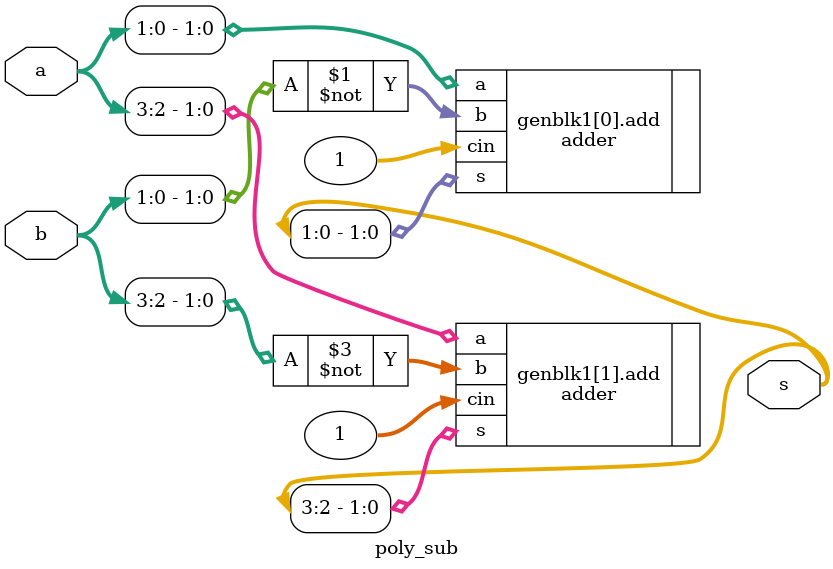
<source format=v>
`timescale 1ns / 1ps


module poly_sub #(parameter D = 2, parameter N = 2) (
    input [D*N-1:0] a,
    input [D*N-1:0] b,
    output [D*N-1:0] s
    );
    
    genvar i;
    
    generate
    for (i = 0; i < D; i = i + 1) begin
        adder #(.N(N)) add(.a(a[(i+1)*N-1:i*N]), .b(~b[(i+1)*N-1:i*N]), .cin(1), .s(s[(i+1)*N-1:i*N]));
    end
    endgenerate
endmodule

</source>
